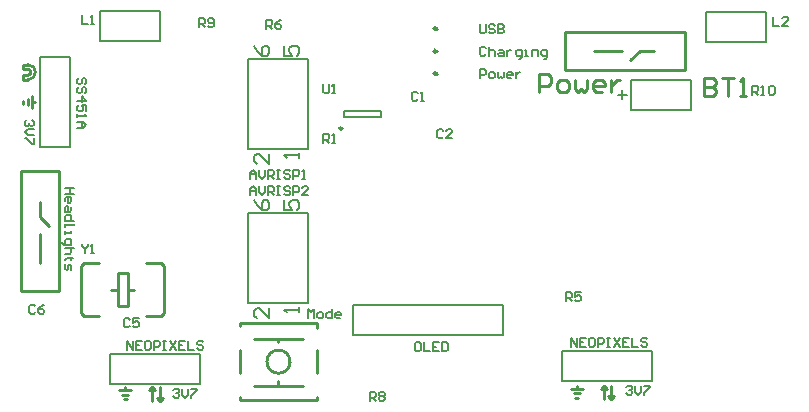
<source format=gto>
%FSTAX24Y24*%
%MOIN*%
%SFA1B1*%

%IPPOS*%
%ADD20C,0.010000*%
%ADD34C,0.009800*%
%ADD35C,0.007900*%
%ADD36C,0.007000*%
%ADD37C,0.008000*%
%ADD38C,0.005900*%
%LNskateboardpcb-1*%
%LPD*%
G54D20*
X009085Y00145D02*
D01*
D01*
G75*
G03X008315I-000385J0D01*
G74*G01*
D01*
G75*
G03X009085I000385J0D01*
G74*G01*
X00035Y01085D02*
D01*
D01*
G75*
G03Y01135I0J000250D01*
G74*G01*
Y011D02*
D01*
D01*
G75*
G03Y0112I0J000100D01*
G74*G01*
X003352Y00385D02*
Y004391D01*
X003697*
Y00385D02*
Y004391D01*
X003352Y003309D02*
X003697D01*
Y00385*
X003352Y003309D02*
Y00385D01*
X003106D02*
X003352D01*
X003697D02*
X003894D01*
X002122Y004637D02*
X00222Y004736D01*
X002122Y003063D02*
X00222Y002964D01*
X002122Y003063D02*
Y004637D01*
X00222Y004736D02*
X002713D01*
X00222Y002964D02*
X002713D01*
X004287Y004736D02*
X00478D01*
X004287Y002964D02*
X00478D01*
Y004736D02*
X004878Y004637D01*
X00478Y002964D02*
X004878Y003063D01*
Y004637*
X0087Y00209D02*
Y002218D01*
Y000633D02*
Y000791D01*
X007893Y000633D02*
X009507D01*
X007893Y002218D02*
X009507D01*
X00998Y002582D02*
Y00272D01*
X00742Y00273D02*
X00997D01*
X00742Y002631D02*
Y00273D01*
Y00019D02*
Y000269D01*
X00743Y00018D02*
X00998D01*
Y000269*
Y001056D02*
Y001844D01*
X00742Y001056D02*
Y001844D01*
X0002Y01135D02*
X00035D01*
X0002Y0112D02*
Y01135D01*
Y0112D02*
X00035D01*
X0002Y011D02*
X00035D01*
X0002Y01085D02*
Y011D01*
Y01085D02*
X00035D01*
X0005Y0101D02*
X0006D01*
X0005D02*
Y0103D01*
Y0099D02*
Y0101D01*
X00035D02*
Y0102D01*
Y01D02*
Y0101D01*
X0002Y01005D02*
Y01015D01*
X00355Y0002D02*
X00365D01*
X0036Y00035D02*
X0037D01*
X0035D02*
X0036D01*
Y0005D02*
X0038D01*
X0034D02*
X0036D01*
Y0006*
X0186Y00025D02*
X0187D01*
X01865Y0004D02*
X01875D01*
X01855D02*
X01865D01*
Y00055D02*
X01885D01*
X01845D02*
X01865D01*
Y00065*
X00475Y00015D02*
Y0006D01*
X00465Y00025D02*
X00475Y00015D01*
X00485Y00025*
X0044Y0005D02*
X0045Y0006D01*
X0046Y0005*
X0045Y00015D02*
Y0006D01*
X01955Y0002D02*
Y00065D01*
X01965Y00055*
X01945D02*
X01955Y00065D01*
X0198Y0002D02*
X0199Y0003D01*
X0197D02*
X0198Y0002D01*
Y00065*
X018258Y01116D02*
Y01244D01*
Y01116D02*
X022244D01*
X018258Y01244D02*
X022244D01*
Y01116D02*
Y01244D01*
X019203Y01179D02*
X019715D01*
X020738Y01181D02*
X02122D01*
X020433Y011505D02*
X020738Y01181D01*
X019715Y01179D02*
X020148D01*
X00011Y003808D02*
X00139D01*
Y007794*
X00011Y003808D02*
Y007794D01*
X00139*
X00076Y004753D02*
Y005265D01*
X00074Y006288D02*
Y00677D01*
Y006288D02*
X001045Y005983D01*
X00076Y005265D02*
Y005698D01*
X0229Y0109D02*
Y0103D01*
X0232*
X0233Y0104*
Y0105*
X0232Y0106*
X0229*
X0232*
X0233Y0107*
Y0108*
X0232Y0109*
X0229*
X0235D02*
X0239D01*
X0237*
Y0103*
X0241D02*
X0243D01*
X0242*
Y0109*
X0241Y0108*
X0174Y01045D02*
Y01105D01*
X0177*
X0178Y01095*
Y01075*
X0177Y01065*
X0174*
X0181Y01045D02*
X0183D01*
X0184Y01055*
Y01075*
X0183Y01085*
X0181*
X018Y01075*
Y01055*
X0181Y01045*
X0186Y01085D02*
Y01055D01*
X0187Y01045*
X0188Y01055*
X0189Y01045*
X018999Y01055*
Y01085*
X019499Y01045D02*
X019299D01*
X019199Y01055*
Y01075*
X019299Y01085*
X019499*
X019599Y01075*
Y01065*
X019199*
X019799Y01085D02*
Y01045D01*
Y01065*
X019899Y01075*
X019999Y01085*
X020099*
G54D34*
X013975Y0118D02*
D01*
D01*
G75*
G03X013877I-000049J0D01*
G74*G01*
D01*
G75*
G03X013975I000049J0D01*
G74*G01*
Y01105D02*
D01*
D01*
G75*
G03X013877I-000049J0D01*
G74*G01*
D01*
G75*
G03X013975I000049J0D01*
G74*G01*
X010831Y009228D02*
D01*
D01*
G75*
G03X010733I-000049J0D01*
G74*G01*
D01*
G75*
G03X010831I000049J0D01*
G74*G01*
X013975Y01255D02*
D01*
D01*
G75*
G03X013877I-000049J0D01*
G74*G01*
D01*
G75*
G03X013975I000049J0D01*
G74*G01*
G54D35*
X0112Y00235D02*
Y00335D01*
X0162*
X0112Y00235D02*
X0162D01*
Y00335*
X0097Y009633D02*
Y01155D01*
Y00855D02*
Y01155D01*
X0077Y00855D02*
Y01155D01*
Y00855D02*
X0097D01*
X0077Y01155D02*
X0097D01*
Y004483D02*
Y0064D01*
Y0034D02*
Y0064D01*
X0077Y0034D02*
Y0064D01*
Y0034D02*
X0097D01*
X0077Y0064D02*
X0097D01*
X02245Y00985D02*
Y01085D01*
X02045Y00985D02*
X02245D01*
X02045D02*
Y01085D01*
X02245*
X00275Y01315D02*
X00475D01*
X00275Y01215D02*
Y01315D01*
Y01215D02*
X00475D01*
Y01315*
X02295Y0131D02*
X02495D01*
X02295Y0121D02*
Y0131D01*
Y0121D02*
X02495D01*
Y0131*
X00075Y0086D02*
X00175D01*
X00075D02*
Y0116D01*
X00175*
Y0086D02*
Y0116D01*
X0061Y0007D02*
Y0017D01*
X0031Y0007D02*
X0061D01*
X0031D02*
Y0017D01*
X0061*
X02115Y0008D02*
Y0018D01*
X01815Y0008D02*
X02115D01*
X01815D02*
Y0018D01*
X02115*
X01089Y009798D02*
X01211D01*
X01089Y009602D02*
X01211D01*
Y009798*
X01089Y009602D02*
Y009798D01*
G54D36*
X0006Y0033D02*
X00055Y00335D01*
X00045*
X0004Y0033*
Y0031*
X00045Y00305*
X00055*
X0006Y0031*
X0009Y00335D02*
X0008Y0033D01*
X0007Y0032*
Y0031*
X00075Y00305*
X00085*
X0009Y0031*
Y00315*
X00085Y0032*
X0007*
X00375Y00285D02*
X0037Y0029D01*
X0036*
X00355Y00285*
Y00265*
X0036Y0026*
X0037*
X00375Y00265*
X00405Y0029D02*
X00385D01*
Y00275*
X00395Y0028*
X004*
X00405Y00275*
Y00265*
X004Y0026*
X0039*
X00385Y00265*
X00214Y00536D02*
Y00531D01*
X00224Y00521*
X00234Y00531*
Y00536*
X00224Y00521D02*
Y00506D01*
X00244D02*
X00254D01*
X00249*
Y00536*
X00244Y00531*
X0134Y0021D02*
X0133D01*
X01325Y00205*
Y00185*
X0133Y0018*
X0134*
X01345Y00185*
Y00205*
X0134Y0021*
X01355D02*
Y0018D01*
X01375*
X01405Y0021D02*
X01385D01*
Y0018*
X01405*
X01385Y00195D02*
X01395D01*
X01415Y0021D02*
Y0018D01*
X0143*
X01435Y00185*
Y00205*
X0143Y0021*
X01415*
X00775Y00755D02*
Y00775D01*
X00785Y00785*
X00795Y00775*
Y00755*
Y0077*
X00775*
X00805Y00785D02*
Y00765D01*
X00815Y00755*
X00825Y00765*
Y00785*
X00835Y00755D02*
Y00785D01*
X0085*
X00855Y0078*
Y0077*
X0085Y00765*
X00835*
X00845D02*
X00855Y00755D01*
X00865Y00785D02*
X00875D01*
X0087*
Y00755*
X00865*
X00875*
X0091Y0078D02*
X00905Y00785D01*
X00895*
X0089Y0078*
Y00775*
X00895Y0077*
X00905*
X0091Y00765*
Y0076*
X00905Y00755*
X00895*
X0089Y0076*
X0092Y00755D02*
Y00785D01*
X009349*
X009399Y0078*
Y0077*
X009349Y00765*
X0092*
X009499Y00755D02*
X009599D01*
X009549*
Y00785*
X009499Y0078*
X00775Y007D02*
Y0072D01*
X00785Y0073*
X00795Y0072*
Y007*
Y00715*
X00775*
X00805Y0073D02*
Y0071D01*
X00815Y007*
X00825Y0071*
Y0073*
X00835Y007D02*
Y0073D01*
X0085*
X00855Y00725*
Y00715*
X0085Y0071*
X00835*
X00845D02*
X00855Y007D01*
X00865Y0073D02*
X00875D01*
X0087*
Y007*
X00865*
X00875*
X0091Y00725D02*
X00905Y0073D01*
X00895*
X0089Y00725*
Y0072*
X00895Y00715*
X00905*
X0091Y0071*
Y00705*
X00905Y007*
X00895*
X0089Y00705*
X0092Y007D02*
Y0073D01*
X009349*
X009399Y00725*
Y00715*
X009349Y0071*
X0092*
X009699Y007D02*
X009499D01*
X009699Y0072*
Y00725*
X009649Y0073*
X009549*
X009499Y00725*
X01335Y0104D02*
X0133Y01045D01*
X0132*
X01315Y0104*
Y0102*
X0132Y01015*
X0133*
X01335Y0102*
X01345Y01015D02*
X01355D01*
X0135*
Y01045*
X01345Y0104*
X0142Y00915D02*
X01415Y0092D01*
X01405*
X014Y00915*
Y00895*
X01405Y0089*
X01415*
X0142Y00895*
X0145Y0089D02*
X0143D01*
X0145Y0091*
Y00915*
X01445Y0092*
X01435*
X0143Y00915*
X015615Y0119D02*
X015565Y01195D01*
X015465*
X015415Y0119*
Y0117*
X015465Y01165*
X015565*
X015615Y0117*
X015715Y01195D02*
Y01165D01*
Y0118*
X015765Y01185*
X015865*
X015915Y0118*
Y01165*
X016065Y01185D02*
X016165D01*
X016215Y0118*
Y01165*
X016065*
X016015Y0117*
X016065Y01175*
X016215*
X016315Y01185D02*
Y01165D01*
Y01175*
X016365Y0118*
X016415Y01185*
X016465*
X016715Y01155D02*
X016765D01*
X016815Y0116*
Y01185*
X016665*
X016615Y0118*
Y0117*
X016665Y01165*
X016815*
X016914D02*
X017014D01*
X016964*
Y01185*
X016914*
X017164Y01165D02*
Y01185D01*
X017314*
X017364Y0118*
Y01165*
X017564Y01155D02*
X017614D01*
X017664Y0116*
Y01185*
X017514*
X017464Y0118*
Y0117*
X017514Y01165*
X017664*
X015415Y0109D02*
Y0112D01*
X015565*
X015615Y01115*
Y01105*
X015565Y011*
X015415*
X015765Y0109D02*
X015865D01*
X015915Y01095*
Y01105*
X015865Y0111*
X015765*
X015715Y01105*
Y01095*
X015765Y0109*
X016015Y0111D02*
Y01095D01*
X016065Y0109*
X016115Y01095*
X016165Y0109*
X016215Y01095*
Y0111*
X016465Y0109D02*
X016365D01*
X016315Y01095*
Y01105*
X016365Y0111*
X016465*
X016515Y01105*
Y011*
X016315*
X016615Y0111D02*
Y0109D01*
Y011*
X016665Y01105*
X016715Y0111*
X016765*
X00225Y0107D02*
X0023Y01075D01*
Y01085*
X00225Y0109*
X0022*
X00215Y01085*
Y01075*
X0021Y0107*
X00205*
X002Y01075*
Y01085*
X00205Y0109*
X00225Y0104D02*
X0023Y01045D01*
Y01055*
X00225Y0106*
X0022*
X00215Y01055*
Y01045*
X0021Y0104*
X00205*
X002Y01045*
Y01055*
X00205Y0106*
X002Y01015D02*
X0023D01*
X00215Y0103*
Y0101*
X0023Y0098D02*
Y01D01*
X00215*
X0022Y0099*
Y00985*
X00215Y0098*
X00205*
X002Y00985*
Y00995*
X00205Y01*
X002Y0097D02*
Y0096D01*
Y00965*
X0023*
X00225Y0097*
X002Y00945D02*
X0022D01*
X0023Y009351*
X0022Y009251*
X002*
X00215*
Y00945*
X00365Y00185D02*
Y00215D01*
X00385Y00185*
Y00215*
X00415D02*
X00395D01*
Y00185*
X00415*
X00395Y002D02*
X00405D01*
X0044Y00215D02*
X0043D01*
X00425Y0021*
Y0019*
X0043Y00185*
X0044*
X00445Y0019*
Y0021*
X0044Y00215*
X00455Y00185D02*
Y00215D01*
X0047*
X00475Y0021*
Y002*
X0047Y00195*
X00455*
X00485Y00215D02*
X00495D01*
X0049*
Y00185*
X00485*
X00495*
X0051Y00215D02*
X005299Y00185D01*
Y00215D02*
X0051Y00185D01*
X005599Y00215D02*
X005399D01*
Y00185*
X005599*
X005399Y002D02*
X005499D01*
X005699Y00215D02*
Y00185D01*
X005899*
X006199Y0021D02*
X006149Y00215D01*
X006049*
X005999Y0021*
Y00205*
X006049Y002*
X006149*
X006199Y00195*
Y0019*
X006149Y00185*
X006049*
X005999Y0019*
X01845Y00195D02*
Y00225D01*
X01865Y00195*
Y00225*
X01895D02*
X01875D01*
Y00195*
X01895*
X01875Y0021D02*
X01885D01*
X0192Y00225D02*
X0191D01*
X01905Y0022*
Y002*
X0191Y00195*
X0192*
X01925Y002*
Y0022*
X0192Y00225*
X01935Y00195D02*
Y00225D01*
X0195*
X01955Y0022*
Y0021*
X0195Y00205*
X01935*
X01965Y00225D02*
X01975D01*
X0197*
Y00195*
X01965*
X01975*
X0199Y00225D02*
X020099Y00195D01*
Y00225D02*
X0199Y00195D01*
X020399Y00225D02*
X020199D01*
Y00195*
X020399*
X020199Y0021D02*
X020299D01*
X020499Y00225D02*
Y00195D01*
X020699*
X020999Y0022D02*
X020949Y00225D01*
X020849*
X020799Y0022*
Y00215*
X020849Y0021*
X020949*
X020999Y00205*
Y002*
X020949Y00195*
X020849*
X020799Y002*
X0102Y00875D02*
Y00905D01*
X01035*
X0104Y009*
Y0089*
X01035Y00885*
X0102*
X0103D02*
X0104Y00875D01*
X0105D02*
X0106D01*
X01055*
Y00905*
X0105Y009*
X01828Y00346D02*
Y00376D01*
X01843*
X01848Y00371*
Y00361*
X01843Y00356*
X01828*
X01838D02*
X01848Y00346D01*
X01878Y00376D02*
X01858D01*
Y00361*
X01868Y00366*
X01873*
X01878Y00361*
Y00351*
X01873Y00346*
X01863*
X01858Y00351*
X0083Y01255D02*
Y01285D01*
X00845*
X0085Y0128*
Y0127*
X00845Y01265*
X0083*
X0084D02*
X0085Y01255D01*
X0088Y01285D02*
X0087Y0128D01*
X0086Y0127*
Y0126*
X00865Y01255*
X00875*
X0088Y0126*
Y01265*
X00875Y0127*
X0086*
X0102Y0107D02*
Y01045D01*
X01025Y0104*
X01035*
X0104Y01045*
Y0107*
X0105Y0104D02*
X0106D01*
X01055*
Y0107*
X0105Y01065*
X015415Y0127D02*
Y01245D01*
X015465Y0124*
X015565*
X015615Y01245*
Y0127*
X015915Y01265D02*
X015865Y0127D01*
X015765*
X015715Y01265*
Y0126*
X015765Y01255*
X015865*
X015915Y0125*
Y01245*
X015865Y0124*
X015765*
X015715Y01245*
X016015Y0127D02*
Y0124D01*
X016165*
X016215Y01245*
Y0125*
X016165Y01255*
X016015*
X016165*
X016215Y0126*
Y01265*
X016165Y0127*
X016015*
X0097Y0029D02*
Y0032D01*
X0098Y0031*
X0099Y0032*
Y0029*
X01005D02*
X01015D01*
X0102Y00295*
Y00305*
X01015Y0031*
X01005*
X01Y00305*
Y00295*
X01005Y0029*
X0105Y0032D02*
Y0029D01*
X01035*
X0103Y00295*
Y00305*
X01035Y0031*
X0105*
X01075Y0029D02*
X01065D01*
X0106Y00295*
Y00305*
X01065Y0031*
X01075*
X0108Y00305*
Y003*
X0106*
X01175Y00015D02*
Y00045D01*
X0119*
X01195Y0004*
Y0003*
X0119Y00025*
X01175*
X01185D02*
X01195Y00015D01*
X01205Y0004D02*
X0121Y00045D01*
X0122*
X01225Y0004*
Y00035*
X0122Y0003*
X01225Y00025*
Y0002*
X0122Y00015*
X0121*
X01205Y0002*
Y00025*
X0121Y0003*
X01205Y00035*
Y0004*
X0121Y0003D02*
X0122D01*
X00215Y013D02*
Y0127D01*
X00235*
X00245D02*
X00255D01*
X0025*
Y013*
X00245Y01295*
X0252D02*
Y01265D01*
X0254*
X0257D02*
X0255D01*
X0257Y01285*
Y0129*
X02565Y01295*
X02555*
X0255Y0129*
X00605Y0126D02*
Y0129D01*
X0062*
X00625Y01285*
Y01275*
X0062Y0127*
X00605*
X00615D02*
X00625Y0126D01*
X00635Y01265D02*
X0064Y0126D01*
X0065*
X00655Y01265*
Y01285*
X0065Y0129*
X0064*
X00635Y01285*
Y0128*
X0064Y01275*
X00655*
X0245Y01035D02*
Y01065D01*
X02465*
X0247Y0106*
Y0105*
X02465Y01045*
X0245*
X0246D02*
X0247Y01035D01*
X0248D02*
X0249D01*
X02485*
Y01065*
X0248Y0106*
X02505D02*
X0251Y01065D01*
X0252*
X02525Y0106*
Y0104*
X0252Y01035*
X0251*
X02505Y0104*
Y0106*
X0019Y00725D02*
X0016D01*
X00175*
Y00705*
X0019*
X0016*
Y0068D02*
Y0069D01*
X00165Y00695*
X00175*
X0018Y0069*
Y0068*
X00175Y00675*
X0017*
Y00695*
X0018Y0066D02*
Y0065D01*
X00175Y00645*
X0016*
Y0066*
X00165Y00665*
X0017Y0066*
Y00645*
X0019Y00615D02*
X0016D01*
Y0063*
X00165Y00635*
X00175*
X0018Y0063*
Y00615*
X0016Y00605D02*
Y00595D01*
Y006*
X0019*
Y00605*
X0016Y0058D02*
Y005701D01*
Y00575*
X0018*
Y0058*
X0015Y005451D02*
Y005401D01*
X00155Y005351*
X0018*
Y005501*
X00175Y005551*
X00165*
X0016Y005501*
Y005351*
X0019Y005251D02*
X0016D01*
X00175*
X0018Y005201*
Y005101*
X00175Y005051*
X0016*
X00185Y004901D02*
X0018D01*
Y004951*
Y004851*
Y004901*
X00165*
X0016Y004851*
Y004701D02*
Y004551D01*
X00165Y004501*
X0017Y004551*
Y004651*
X00175Y004701*
X0018Y004651*
Y004501*
X0005Y0095D02*
X00055Y00945D01*
Y00935*
X0005Y0093*
X00045*
X0004Y00935*
Y0094*
Y00935*
X00035Y0093*
X0003*
X00025Y00935*
Y00945*
X0003Y0095*
X00055Y0092D02*
X00035D01*
X00025Y0091*
X00035Y009*
X00055*
Y0089D02*
Y0087D01*
X0005*
X0003Y0089*
X00025*
X0052Y0005D02*
X00525Y00055D01*
X00535*
X0054Y0005*
Y00045*
X00535Y0004*
X0053*
X00535*
X0054Y00035*
Y0003*
X00535Y00025*
X00525*
X0052Y0003*
X0055Y00055D02*
Y00035D01*
X0056Y00025*
X0057Y00035*
Y00055*
X0058D02*
X006D01*
Y0005*
X0058Y0003*
Y00025*
X0203Y0006D02*
X02035Y00065D01*
X02045*
X0205Y0006*
Y00055*
X02045Y0005*
X0204*
X02045*
X0205Y00045*
Y0004*
X02045Y00035*
X02035*
X0203Y0004*
X0206Y00065D02*
Y00045D01*
X0207Y00035*
X0208Y00045*
Y00065*
X0209D02*
X0211D01*
Y0006*
X0209Y0004*
Y00035*
G54D37*
X0094Y00825D02*
Y008417D01*
Y008333*
X0089*
X008983Y00825*
X0084Y008383D02*
Y00805D01*
X008067Y008383*
X007983*
X0079Y0083*
Y008133*
X007983Y00805*
X0089Y011983D02*
Y01165D01*
X00915*
X009067Y011817*
Y0119*
X00915Y011983*
X009317*
X0094Y0119*
Y011733*
X009317Y01165*
X0079Y011983D02*
X007983Y011817D01*
X00815Y01165*
X008317*
X0084Y011733*
Y0119*
X008317Y011983*
X008233*
X00815Y0119*
Y01165*
X0094Y0031D02*
Y003267D01*
Y003183*
X0089*
X008983Y0031*
X0084Y003233D02*
Y0029D01*
X008067Y003233*
X007983*
X0079Y00315*
Y002983*
X007983Y0029*
X0089Y006833D02*
Y0065D01*
X00915*
X009067Y006667*
Y00675*
X00915Y006833*
X009317*
X0094Y00675*
Y006583*
X009317Y0065*
X0079Y006833D02*
X007983Y006667D01*
X00815Y0065*
X008317*
X0084Y006583*
Y00675*
X008317Y006833*
X008233*
X00815Y00675*
Y0065*
G54D38*
X020005Y010349D02*
X020307D01*
X020156Y0105D02*
Y010198D01*
M02*
</source>
